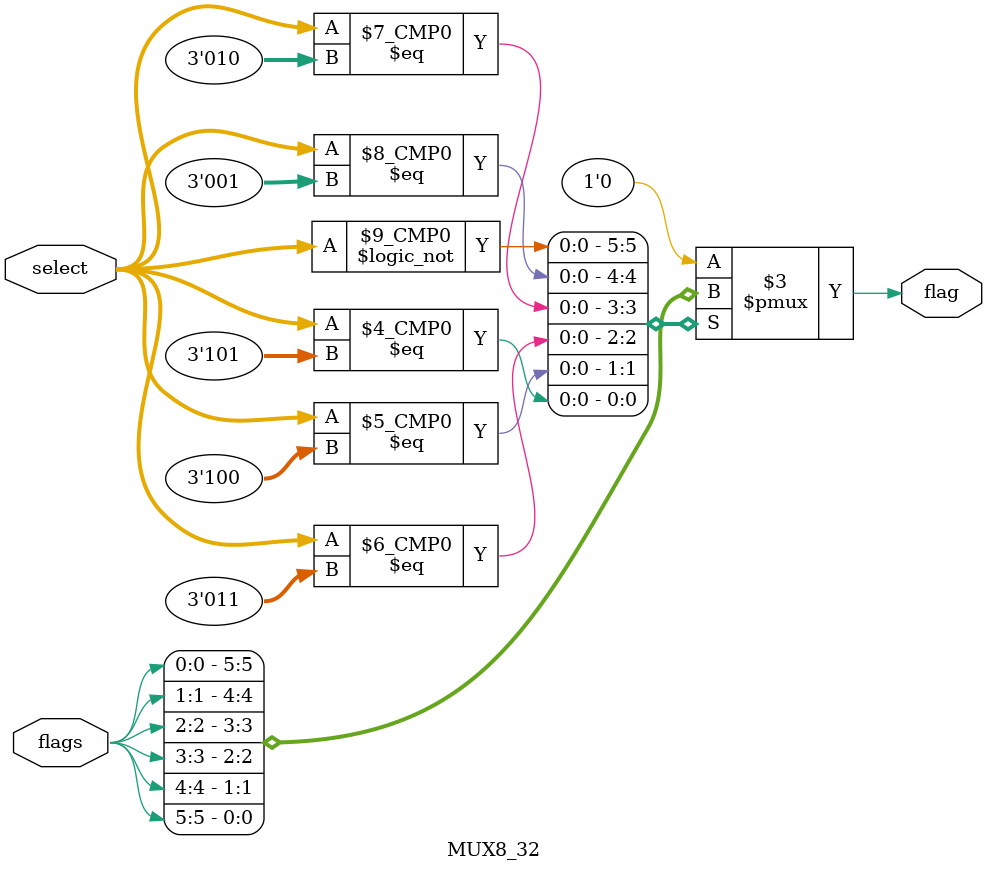
<source format=v>
module MUX8_32(
    input [5:0] flags,
    input [2:0] select,
    output reg flag);

/*
BEQ = 0
BNE = 1
BLT = 2
BGE = 3
BLTU = 4
BGEU = 5 
*/
parameter BEQ = 0, BNE = 1, BLT = 2, BGE = 3, BLTU = 4, BGEU = 5 ;

always @(*)begin
    case (select)
        BEQ:  
            flag <= flags[BEQ];
        BNE:  
            flag <= flags[BNE];
        BLT:  
            flag <= flags[BLT];
        BGE:  
            flag <= flags[BGE];
        BLTU:  
            flag <= flags[BLTU];
        BGEU:  
            flag <= flags[BGEU];
        
        default: flag <= 0;
    endcase
end


endmodule
</source>
